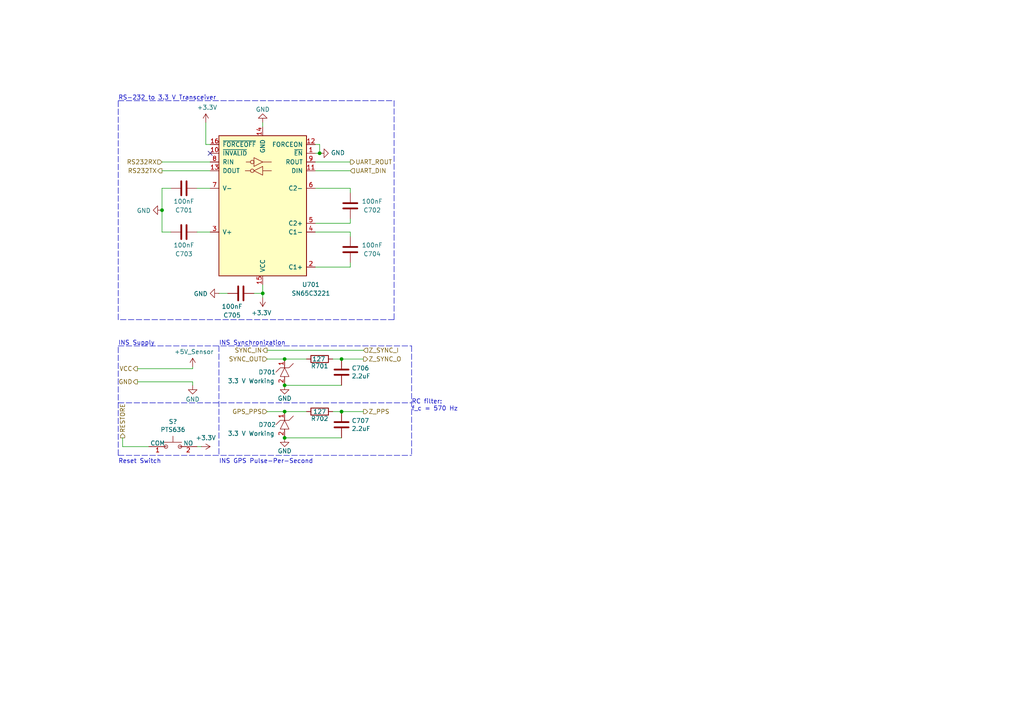
<source format=kicad_sch>
(kicad_sch (version 20231120) (generator "eeschema") (generator_version "8.0")
  (paper "A4")
  (title_block (title "Zynq-Based Master Controller") (date "2020-10-14") (rev "1.0") (company "JFH & SRM"))
  (lib_symbols
    (symbol "Device:C" (pin_numbers hide) (pin_names (offset 0.254))
      (property "Reference" "C" (at 0.635 2.54 0))
      (property "Value" "C" (at 0.635 -2.54 0))
      (symbol "C_0_1"
        (polyline (pts (xy -2.032 -0.762) (xy 2.032 -0.762)) (stroke (width 0.508)))
        (polyline (pts (xy -2.032 0.762) (xy 2.032 0.762)) (stroke (width 0.508)))
      )
      (symbol "C_1_1"
        (pin passive line (at 0 3.81 270) (length 2.794) (name "~") (number "1"))
        (pin passive line (at 0 -3.81 90) (length 2.794) (name "~") (number "2"))
      )
    )
    (symbol "Device:R" (pin_numbers hide) (pin_names (offset 0))
      (property "Reference" "R" (at 2.032 0 90))
      (property "Value" "R" (at 0 0 90))
      (symbol "R_0_1"
        (rectangle (start -1.016 -2.54) (end 1.016 2.54) (stroke (width 0.254)))
      )
      (symbol "R_1_1"
        (pin passive line (at 0 3.81 270) (length 1.27) (name "~") (number "1"))
        (pin passive line (at 0 -3.81 90) (length 1.27) (name "~") (number "2"))
      )
    )
    (symbol "Vikings_actives:SN65C3221" (pin_names (offset 1.016))
      (property "Reference" "U" (at -10.16 21.59 0))
      (property "Value" "SN65C3221" (at 12.7 21.59 0))
      (symbol "SN65C3221_0_1"
        (rectangle (start -12.7 -20.32) (end 12.7 20.32) (stroke (width 0.254)) (fill (type background)))
        (polyline (pts (xy -2.54 -12.7) (xy 0 -12.7) (xy 0 -12.7)))
        (polyline (pts (xy -2.54 -10.16) (xy 0 -10.16) (xy 0 -10.16)))
        (polyline (pts (xy 3.556 -12.7) (xy 4.826 -12.7) (xy 4.826 -12.7)))
        (polyline (pts (xy 3.556 -10.16) (xy 5.08 -10.16) (xy 5.08 -10.16)))
        (polyline (pts (xy 2.54 -11.43) (xy 2.54 -13.97) (xy 0 -12.7) (xy 2.54 -11.43) (xy 2.54 -11.43)))
        (polyline (pts (xy 0 -11.43) (xy 0 -8.89) (xy 2.54 -10.16) (xy 0 -11.43) (xy 0 -11.43) (xy 0 -11.43)))
        (circle (center 3.048 -12.7) (radius 0.508))
        (circle (center 3.048 -10.16) (radius 0.508))
      )
      (symbol "SN65C3221_1_1"
        (pin input line (at -15.24 -15.24 0) (length 2.54) (name "~{EN}") (number "1"))
        (pin output line (at 15.24 -15.24 180) (length 2.54) (name "~{INVALID}") (number "10"))
        (pin input line (at -15.24 -10.16 0) (length 2.54) (name "DIN") (number "11"))
        (pin input line (at -15.24 -17.78 0) (length 2.54) (name "FORCEON") (number "12"))
        (pin output line (at 15.24 -10.16 180) (length 2.54) (name "DOUT") (number "13"))
        (pin power_in line (at 0 -22.86 90) (length 2.54) (name "GND") (number "14"))
        (pin power_in line (at 0 22.86 270) (length 2.54) (name "VCC") (number "15"))
        (pin input line (at 15.24 -17.78 180) (length 2.54) (name "~{FORCEOFF}") (number "16"))
        (pin passive line (at -15.24 17.78 0) (length 2.54) (name "C1+") (number "2"))
        (pin power_out line (at 15.24 7.62 180) (length 2.54) (name "V+") (number "3"))
        (pin passive line (at -15.24 7.62 0) (length 2.54) (name "C1-") (number "4"))
        (pin passive line (at -15.24 5.08 0) (length 2.54) (name "C2+") (number "5"))
        (pin passive line (at -15.24 -5.08 0) (length 2.54) (name "C2-") (number "6"))
        (pin power_out line (at 15.24 -5.08 180) (length 2.54) (name "V-") (number "7"))
        (pin input line (at 15.24 -12.7 180) (length 2.54) (name "RIN") (number "8"))
        (pin output line (at -15.24 -12.7 0) (length 2.54) (name "ROUT") (number "9"))
      )
    )
    (symbol "Vikings_misc:+5V_Sensor" (power) (pin_names (offset 0))
      (property "Value" "+5V_Sensor" (at 0 3.556 0))
      (symbol "+5V_Sensor_0_1"
        (polyline (pts (xy -0.762 1.27) (xy 0 2.54)))
        (polyline (pts (xy 0 0) (xy 0 2.54)))
        (polyline (pts (xy 0 2.54) (xy 0.762 1.27)))
      )
      (symbol "+5V_Sensor_1_1"
        (pin power_in line (at 0 0 90) (length 0) hide (name "+5V_Sensor") (number "1"))
      )
    )
    (symbol "Vikings_misc:PTS636_SK43_SMTR_LFS" (pin_names (offset 0))
      (property "Reference" "S" (at 19.05 7.62 0))
      (property "Value" "PTS636_SK43_SMTR_LFS" (at 19.05 5.08 0))
      (symbol "PTS636_SK43_SMTR_LFS_1_1"
        (polyline (pts (xy 6.985 1.27) (xy 6.985 3.048)))
        (polyline (pts (xy 9.525 1.27) (xy 4.445 1.27)))
        (circle (center 4.953 0) (radius 0.508))
        (circle (center 9.017 0) (radius 0.508))
        (pin passive line (at 0 0 0) (length 5.08) (name "COM") (number "1"))
        (pin passive line (at 13.97 0 180) (length 5.08) (name "NO") (number "2"))
      )
    )
    (symbol "Vikings_passives:ESD5Z3.3T1G" (pin_names (offset 0.762))
      (property "Reference" "D" (at 2.54 5.08 0))
      (property "Value" "ESD5Z3.3T1G" (at 2.54 2.54 0))
      (symbol "ESD5Z3.3T1G_0_1"
        (polyline (pts (xy 2.54 0) (xy 2.54 -1.27) (xy 3.81 -2.54)))
        (polyline (pts (xy 2.54 0) (xy 5.08 1.27) (xy 5.08 -1.27) (xy 2.54 0) (xy 2.54 1.27) (xy 1.27 2.54)))
      )
      (symbol "ESD5Z3.3T1G_1_1"
        (pin passive line (at 0 0 0) (length 2.54) (name "~") (number "1"))
        (pin passive line (at 7.62 0 180) (length 2.54) (name "~") (number "2"))
      )
    )
    (symbol "power:+3.3V" (power) (pin_numbers hide) (pin_names (offset 0) hide)
      (property "Value" "+3.3V" (at 0 3.556 0))
      (symbol "+3.3V_0_1"
        (polyline (pts (xy -0.762 1.27) (xy 0 2.54)))
        (polyline (pts (xy 0 0) (xy 0 2.54)))
        (polyline (pts (xy 0 2.54) (xy 0.762 1.27)))
      )
      (symbol "+3.3V_1_1"
        (pin power_in line (at 0 0 90) (length 0) (name "~") (number "1"))
      )
    )
    (symbol "power:GND" (power) (pin_numbers hide) (pin_names (offset 0) hide)
      (property "Value" "GND" (at 0 -3.81 0))
      (symbol "GND_0_1"
        (polyline (pts (xy 0 0) (xy 0 -1.27) (xy 1.27 -1.27) (xy 0 -2.54) (xy -1.27 -1.27) (xy 0 -1.27)))
      )
      (symbol "GND_1_1"
        (pin power_in line (at 0 0 270) (length 0) (name "~") (number "1"))
      )
    )
  )
  (junction (at 46.99 60.96))
  (junction (at 92.71 44.45))
  (junction (at 82.55 104.14))
  (junction (at 82.55 119.38))
  (junction (at 82.55 127))
  (junction (at 76.2 85.09))
  (junction (at 82.55 111.76))
  (junction (at 99.06 119.38))
  (junction (at 99.06 104.14))
  (no_connect (at 60.96 44.45))
  (wire (pts (xy 101.6 55.88) (xy 101.6 54.61)))
  (wire (pts (xy 46.99 46.99) (xy 60.96 46.99)))
  (wire (pts (xy 91.44 77.47) (xy 101.6 77.47)))
  (wire (pts (xy 57.15 129.54) (xy 58.42 129.54)))
  (wire (pts (xy 96.52 119.38) (xy 99.06 119.38)))
  (polyline (pts (xy 34.29 132.08) (xy 119.38 132.08)) (stroke (width 0) (type dash)))
  (wire (pts (xy 55.88 106.934) (xy 55.88 106.426)))
  (polyline (pts (xy 34.29 92.71) (xy 34.29 29.21)) (stroke (width 0) (type dash)))
  (wire (pts (xy 60.96 49.53) (xy 46.99 49.53)))
  (wire (pts (xy 60.96 67.31) (xy 57.15 67.31)))
  (wire (pts (xy 76.2 86.36) (xy 76.2 85.09)))
  (wire (pts (xy 96.52 104.14) (xy 99.06 104.14)))
  (wire (pts (xy 92.71 44.45) (xy 91.44 44.45)))
  (wire (pts (xy 66.04 85.09) (xy 63.5 85.09)))
  (wire (pts (xy 91.44 64.77) (xy 101.6 64.77)))
  (polyline (pts (xy 114.3 29.21) (xy 114.3 92.71)) (stroke (width 0) (type dash)))
  (polyline (pts (xy 34.29 132.08) (xy 34.29 100.33)) (stroke (width 0) (type dash)))
  (polyline (pts (xy 114.3 92.71) (xy 34.29 92.71)) (stroke (width 0) (type dash)))
  (wire (pts (xy 76.2 36.83) (xy 76.2 35.56)))
  (wire (pts (xy 82.55 119.38) (xy 88.9 119.38)))
  (wire (pts (xy 91.44 54.61) (xy 101.6 54.61)))
  (wire (pts (xy 101.6 63.5) (xy 101.6 64.77)))
  (wire (pts (xy 39.878 110.744) (xy 55.88 110.744)))
  (wire (pts (xy 105.41 101.6) (xy 77.47 101.6)))
  (wire (pts (xy 77.47 119.38) (xy 82.55 119.38)))
  (wire (pts (xy 101.6 68.58) (xy 101.6 67.31)))
  (wire (pts (xy 92.71 41.91) (xy 91.44 41.91)))
  (wire (pts (xy 105.41 119.38) (xy 99.06 119.38)))
  (wire (pts (xy 35.56 129.54) (xy 35.56 127)))
  (polyline (pts (xy 34.29 29.21) (xy 114.3 29.21)) (stroke (width 0) (type dash)))
  (wire (pts (xy 49.53 54.61) (xy 46.99 54.61)))
  (wire (pts (xy 105.41 104.14) (xy 99.06 104.14)))
  (wire (pts (xy 39.878 106.934) (xy 55.88 106.934)))
  (wire (pts (xy 91.44 46.99) (xy 101.6 46.99)))
  (wire (pts (xy 60.96 41.91) (xy 59.69 41.91)))
  (wire (pts (xy 101.6 49.53) (xy 91.44 49.53)))
  (wire (pts (xy 59.69 35.56) (xy 59.69 41.91)))
  (wire (pts (xy 35.56 129.54) (xy 43.18 129.54)))
  (wire (pts (xy 60.96 54.61) (xy 57.15 54.61)))
  (polyline (pts (xy 63.5 100.33) (xy 63.5 132.08)) (stroke (width 0) (type dash)))
  (wire (pts (xy 82.55 104.14) (xy 88.9 104.14)))
  (wire (pts (xy 92.71 41.91) (xy 92.71 44.45)))
  (wire (pts (xy 101.6 76.2) (xy 101.6 77.47)))
  (polyline (pts (xy 34.29 100.33) (xy 119.38 100.33)) (stroke (width 0) (type dash)))
  (wire (pts (xy 82.55 111.76) (xy 99.06 111.76)))
  (polyline (pts (xy 119.38 100.33) (xy 119.38 132.08)) (stroke (width 0) (type dash)))
  (wire (pts (xy 91.44 67.31) (xy 101.6 67.31)))
  (wire (pts (xy 46.99 67.31) (xy 46.99 60.96)))
  (wire (pts (xy 76.2 85.09) (xy 73.66 85.09)))
  (wire (pts (xy 49.53 67.31) (xy 46.99 67.31)))
  (wire (pts (xy 46.99 54.61) (xy 46.99 60.96)))
  (polyline (pts (xy 34.29 116.84) (xy 119.38 116.84)) (stroke (width 0) (type dash)))
  (wire (pts (xy 55.88 110.744) (xy 55.88 111.76)))
  (wire (pts (xy 76.2 85.09) (xy 76.2 82.55)))
  (wire (pts (xy 82.55 127) (xy 99.06 127)))
  (wire (pts (xy 77.47 104.14) (xy 82.55 104.14)))
  (text "Reset Switch" (at 34.29 134.62 0) (effects (font (size 1.27 1.27)) (justify left bottom)))
  (text "INS Supply" (at 34.29 100.33 0) (effects (font (size 1.27 1.27)) (justify left bottom)))
  (text "RC filter:\nf_c = 570 Hz" (at 119.38 119.38 0) (effects (font (size 1.27 1.27)) (justify left bottom)))
  (text "INS Synchronization" (at 63.5 100.33 0) (effects (font (size 1.27 1.27)) (justify left bottom)))
  (text "INS GPS Pulse-Per-Second" (at 63.5 134.62 0) (effects (font (size 1.27 1.27)) (justify left bottom)))
  (text "RS-232 to 3.3 V Transceiver" (at 34.29 29.21 0) (effects (font (size 1.27 1.27)) (justify left bottom)))
  (hierarchical_label "SYNC_IN" (shape output) (at 77.47 101.6 180))
  (hierarchical_label "UART_ROUT" (shape output) (at 101.6 46.99 0))
  (hierarchical_label "GPS_PPS" (shape input) (at 77.47 119.38 180))
  (hierarchical_label "RESTORE" (shape output) (at 35.56 127 90))
  (hierarchical_label "VCC" (shape output) (at 39.878 106.934 180))
  (hierarchical_label "Z_SYNC_O" (shape output) (at 105.41 104.14 0))
  (hierarchical_label "RS232RX" (shape input) (at 46.99 46.99 180))
  (hierarchical_label "RS232TX" (shape output) (at 46.99 49.53 180))
  (hierarchical_label "Z_PPS" (shape output) (at 105.41 119.38 0))
  (hierarchical_label "GND" (shape output) (at 39.878 110.744 180))
  (hierarchical_label "UART_DIN" (shape input) (at 101.6 49.53 0))
  (hierarchical_label "Z_SYNC_I" (shape input) (at 105.41 101.6 0))
  (hierarchical_label "SYNC_OUT" (shape input) (at 77.47 104.14 180))
  (symbol (lib_id "power:GND") (at 76.2 35.56 180) (unit 1)
    (property "Reference" "#PWR0304" (effects (hide yes)))
    (property "Value" "GND" (at 76.2 31.75 0))
  )
  (symbol (lib_id "Device:C") (at 69.85 85.09 90) (unit 1)
    (property "Reference" "C705" (at 67.31 91.44 90))
    (property "Value" "100nF" (at 67.31 88.9 90))
    (property "Footprint" "Capacitor_SMD:C_0603_1608Metric" (effects (hide yes)))
  )
  (symbol (lib_id "power:GND") (at 63.5 85.09 270) (unit 1)
    (property "Reference" "#PWR0305" (effects (hide yes)))
    (property "Value" "GND" (at 60.2488 85.217 90) (effects (justify right)))
  )
  (symbol (lib_id "power:GND") (at 46.99 60.96 270) (unit 1)
    (property "Reference" "#PWR0306" (effects (hide yes)))
    (property "Value" "GND" (at 43.7388 61.087 90) (effects (justify right)))
  )
  (symbol (lib_id "Device:C") (at 101.6 72.39 0) (unit 1)
    (property "Reference" "C704" (at 107.95 73.66 0))
    (property "Value" "100nF" (at 107.95 71.12 0))
    (property "Footprint" "Capacitor_SMD:C_0603_1608Metric" (effects (hide yes)))
  )
  (symbol (lib_id "Device:C") (at 101.6 59.69 0) (unit 1)
    (property "Reference" "C702" (at 107.95 60.96 0))
    (property "Value" "100nF" (at 107.95 58.42 0))
    (property "Footprint" "Capacitor_SMD:C_0603_1608Metric" (effects (hide yes)))
  )
  (symbol (lib_id "Device:C") (at 53.34 67.31 270) (unit 1)
    (property "Reference" "C703" (at 53.34 73.66 90))
    (property "Value" "100nF" (at 53.34 71.12 90))
    (property "Footprint" "Capacitor_SMD:C_0603_1608Metric" (effects (hide yes)))
  )
  (symbol (lib_id "Device:C") (at 53.34 54.61 270) (unit 1)
    (property "Reference" "C701" (at 53.34 60.96 90))
    (property "Value" "100nF" (at 53.34 58.42 90))
    (property "Footprint" "Capacitor_SMD:C_0603_1608Metric" (effects (hide yes)))
  )
  (symbol (lib_id "Vikings_actives:SN65C3221") (at 76.2 59.69 180) (unit 1)
    (property "Reference" "U701" (at 90.17 82.55 0))
    (property "Value" "SN65C3221" (at 90.17 85.09 0))
    (property "Footprint" "Package_SO:TSSOP-16_4.4x5mm_P0.65mm" (effects (hide yes)))
    (property "Datasheet" "https://www.ti.com/lit/ds/symlink/sn65c3221e.pdf" (effects (hide yes)))
  )
  (symbol (lib_id "power:+3.3V") (at 58.42 129.54 270) (unit 1)
    (property "Reference" "#PWR0313" (effects (hide yes)))
    (property "Value" "+3.3V" (at 59.69 127 90))
  )
  (symbol (lib_id "Vikings_passives:ESD5Z3.3T1G") (at 82.55 104.14 270) (unit 1)
    (property "Reference" "D701" (at 74.93 107.95 90) (effects (justify left)))
    (property "Value" "3.3 V Working" (at 66.04 110.49 90) (effects (justify left)))
    (property "Footprint" "Vikings_devices:SODFL1608X70N" (effects (hide yes)))
    (property "Datasheet" "https://www.mouser.dk/datasheet/2/308/ESD5Z2_5T1_D-1522641.pdf" (effects (hide yes)))
    (property "Height" "0.7" (effects (hide yes)))
    (property "Manufacturer_Name" "ON Semiconductor" (effects (hide yes)))
    (property "Manufacturer_Part_Number" "ESD5Z3.3T1G" (effects (hide yes)))
    (property "Arrow Part Number" "ESD5Z3.3T1G" (effects (hide yes)))
    (property "Arrow Price/Stock" "https://www.arrow.com/en/products/esd5z12t1g/on-semiconductor" (effects (hide yes)))
    (property "Mouser Part Number" "863-ESD5Z3.3T1G" (effects (hide yes)))
    (property "Mouser Price/Stock" "https://www.mouser.co.uk/ProductDetail/ON-Semiconductor/ESD5Z12T1G?qs=2OtswVQKCOGXcPEz0%252Bii5A%3D%3D" (effects (hide yes)))
  )
  (symbol (lib_id "power:GND") (at 82.55 111.76 0) (unit 1)
    (property "Reference" "#PWR0311" (effects (hide yes)))
    (property "Value" "GND" (at 82.55 115.57 0))
  )
  (symbol (lib_id "Device:R") (at 92.71 104.14 270) (unit 1)
    (property "Reference" "R701" (at 92.71 106.172 90))
    (property "Value" "127" (at 92.456 104.14 90))
    (property "Footprint" "Resistor_SMD:R_0603_1608Metric" (effects (hide yes)))
  )
  (symbol (lib_id "Device:C") (at 99.06 107.95 0) (unit 1)
    (property "Reference" "C706" (at 101.981 106.7816 0) (effects (justify left)))
    (property "Value" "2.2uF" (at 101.981 109.093 0) (effects (justify left)))
    (property "Footprint" "Capacitor_SMD:C_0603_1608Metric" (effects (hide yes)))
  )
  (symbol (lib_id "Vikings_passives:ESD5Z3.3T1G") (at 82.55 119.38 270) (unit 1)
    (property "Reference" "D702" (at 74.93 123.19 90) (effects (justify left)))
    (property "Value" "3.3 V Working" (at 66.04 125.73 90) (effects (justify left)))
    (property "Footprint" "Vikings_devices:SODFL1608X70N" (effects (hide yes)))
    (property "Datasheet" "https://www.mouser.dk/datasheet/2/308/ESD5Z2_5T1_D-1522641.pdf" (effects (hide yes)))
    (property "Height" "0.7" (effects (hide yes)))
    (property "Manufacturer_Name" "ON Semiconductor" (effects (hide yes)))
    (property "Manufacturer_Part_Number" "ESD5Z3.3T1G" (effects (hide yes)))
    (property "Arrow Part Number" "ESD5Z3.3T1G" (effects (hide yes)))
    (property "Arrow Price/Stock" "https://www.arrow.com/en/products/esd5z12t1g/on-semiconductor" (effects (hide yes)))
    (property "Mouser Part Number" "863-ESD5Z3.3T1G" (effects (hide yes)))
    (property "Mouser Price/Stock" "https://www.mouser.co.uk/ProductDetail/ON-Semiconductor/ESD5Z12T1G?qs=2OtswVQKCOGXcPEz0%252Bii5A%3D%3D" (effects (hide yes)))
  )
  (symbol (lib_id "power:GND") (at 82.55 127 0) (unit 1)
    (property "Reference" "#PWR0312" (effects (hide yes)))
    (property "Value" "GND" (at 82.55 130.81 0))
  )
  (symbol (lib_id "Device:R") (at 92.71 119.38 270) (unit 1)
    (property "Reference" "R702" (at 92.71 121.412 90))
    (property "Value" "127" (at 92.71 119.38 90))
    (property "Footprint" "Resistor_SMD:R_0603_1608Metric" (effects (hide yes)))
  )
  (symbol (lib_id "Device:C") (at 99.06 123.19 0) (unit 1)
    (property "Reference" "C707" (at 101.981 122.0216 0) (effects (justify left)))
    (property "Value" "2.2uF" (at 101.981 124.333 0) (effects (justify left)))
    (property "Footprint" "Capacitor_SMD:C_0603_1608Metric" (effects (hide yes)))
  )
  (symbol (lib_id "power:GND") (at 92.71 44.45 90) (unit 1)
    (property "Reference" "#PWR0297" (effects (hide yes)))
    (property "Value" "GND" (at 95.9612 44.323 90) (effects (justify right)))
  )
  (symbol (lib_id "Vikings_misc:+5V_Sensor") (at 55.88 106.426 0) (unit 1)
    (property "Reference" "#PWR0136" (effects (hide yes)))
    (property "Value" "+5V_Sensor" (at 56.261 102.0318 0))
  )
  (symbol (lib_id "Vikings_misc:PTS636_SK43_SMTR_LFS") (at 43.18 129.54 0) (unit 1)
    (property "Reference" "S?" (at 50.165 122.301 0))
    (property "Value" "PTS636" (at 50.165 124.6124 0))
    (property "Footprint" "Vikings_misc:PTS636SK43SMTRLFS" (effects (hide yes)))
    (property "Datasheet" "https://componentsearchengine.com/Datasheets/1/PTS636 SK43 SMTR LFS.pdf" (effects (hide yes)))
    (property "Description" "Tactile Switches Tact 50mA 12VDC, 6.0x3.5, 4.3mm H, 250gf, G leads, No ground pin, Black Actuator" (effects (hide yes)))
    (property "Height" "4.5" (effects (hide yes)))
    (property "Manufacturer_Name" "C & K COMPONENTS" (effects (hide yes)))
    (property "Manufacturer_Part_Number" "PTS636 SK43 SMTR LFS" (effects (hide yes)))
    (property "Arrow Part Number" "PTS636 SK43 SMTR LFS" (effects (hide yes)))
    (property "Arrow Price/Stock" "https://www.arrow.com/en/products/pts636-sk43-smtr-lfs/ck" (effects (hide yes)))
    (property "Mouser Part Number" "611-PTS636SK43SMTRLF" (effects (hide yes)))
    (property "Mouser Price/Stock" "https://www.mouser.co.uk/ProductDetail/CK/PTS636-SK43-SMTR-LFS?qs=vLWxofP3U2wsQpQ593zsYw%3D%3D" (effects (hide yes)))
    (instances (project "" (path "" (reference "S?") (unit 1)) (path "" (reference "S701") (unit 1))))
  )
  (symbol (lib_id "power:GND") (at 55.88 111.76 0) (unit 1)
    (property "Reference" "#PWR0299" (effects (hide yes)))
    (property "Value" "GND" (at 57.912 115.824 0) (effects (justify right)))
  )
  (symbol (lib_id "power:+3.3V") (at 59.69 35.56 0) (unit 1)
    (property "Reference" "#PWR0300" (effects (hide yes)))
    (property "Value" "+3.3V" (at 60.071 31.1658 0))
  )
  (symbol (lib_id "power:+3.3V") (at 76.2 86.36 180) (unit 1)
    (property "Reference" "#PWR0302" (effects (hide yes)))
    (property "Value" "+3.3V" (at 75.819 90.7542 0))
  )
)
</source>
